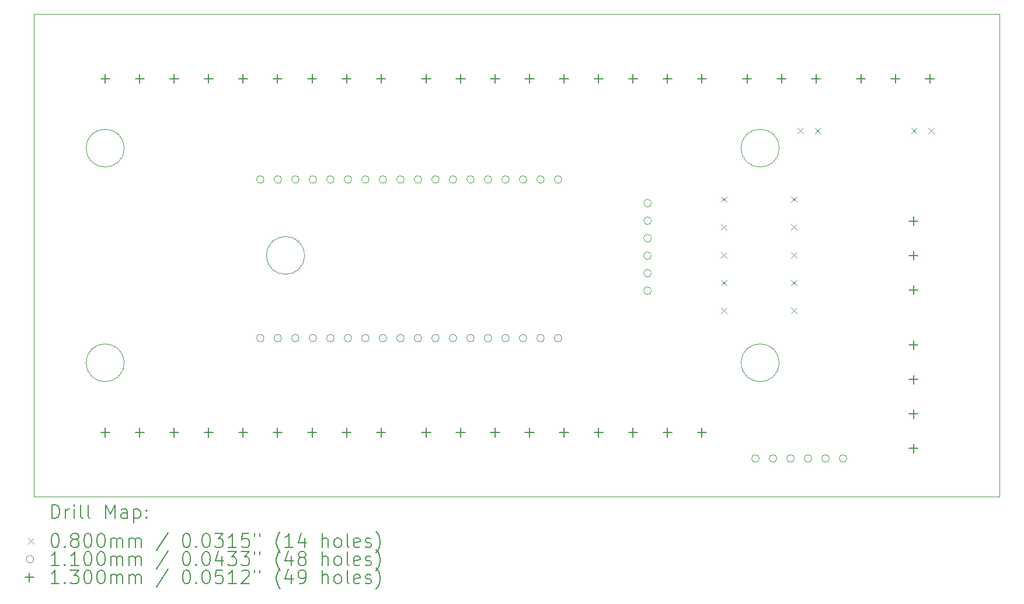
<source format=gbr>
%TF.GenerationSoftware,KiCad,Pcbnew,9.0.2*%
%TF.CreationDate,2025-09-29T03:25:46-03:00*%
%TF.ProjectId,Estacao_ControleIrrigacao,45737461-6361-46f5-9f43-6f6e74726f6c,rev?*%
%TF.SameCoordinates,Original*%
%TF.FileFunction,Drillmap*%
%TF.FilePolarity,Positive*%
%FSLAX45Y45*%
G04 Gerber Fmt 4.5, Leading zero omitted, Abs format (unit mm)*
G04 Created by KiCad (PCBNEW 9.0.2) date 2025-09-29 03:25:46*
%MOMM*%
%LPD*%
G01*
G04 APERTURE LIST*
%ADD10C,0.050000*%
%ADD11C,0.200000*%
%ADD12C,0.100000*%
%ADD13C,0.110000*%
%ADD14C,0.130000*%
G04 APERTURE END LIST*
D10*
X9256000Y-7892716D02*
G75*
G02*
X8708000Y-7892716I-274000J0D01*
G01*
X8708000Y-7892716D02*
G75*
G02*
X9256000Y-7892716I274000J0D01*
G01*
X9256000Y-11007285D02*
G75*
G02*
X8708000Y-11007285I-274000J0D01*
G01*
X8708000Y-11007285D02*
G75*
G02*
X9256000Y-11007285I274000J0D01*
G01*
X18755000Y-7892716D02*
G75*
G02*
X18207000Y-7892716I-274000J0D01*
G01*
X18207000Y-7892716D02*
G75*
G02*
X18755000Y-7892716I274000J0D01*
G01*
X18755000Y-11007285D02*
G75*
G02*
X18207000Y-11007285I-274000J0D01*
G01*
X18207000Y-11007285D02*
G75*
G02*
X18755000Y-11007285I274000J0D01*
G01*
X11872000Y-9450000D02*
G75*
G02*
X11324000Y-9450000I-274000J0D01*
G01*
X11324000Y-9450000D02*
G75*
G02*
X11872000Y-9450000I274000J0D01*
G01*
X7950000Y-5950000D02*
X21950000Y-5950000D01*
X21950000Y-12950000D01*
X7950000Y-12950000D01*
X7950000Y-5950000D01*
D11*
D12*
X17917000Y-8594000D02*
X17997000Y-8674000D01*
X17997000Y-8594000D02*
X17917000Y-8674000D01*
X17917000Y-8999000D02*
X17997000Y-9079000D01*
X17997000Y-8999000D02*
X17917000Y-9079000D01*
X17917000Y-9404500D02*
X17997000Y-9484500D01*
X17997000Y-9404500D02*
X17917000Y-9484500D01*
X17917000Y-9804000D02*
X17997000Y-9884000D01*
X17997000Y-9804000D02*
X17917000Y-9884000D01*
X17917000Y-10209000D02*
X17997000Y-10289000D01*
X17997000Y-10209000D02*
X17917000Y-10289000D01*
X18933000Y-8594000D02*
X19013000Y-8674000D01*
X19013000Y-8594000D02*
X18933000Y-8674000D01*
X18933000Y-8999000D02*
X19013000Y-9079000D01*
X19013000Y-8999000D02*
X18933000Y-9079000D01*
X18933000Y-9404500D02*
X19013000Y-9484500D01*
X19013000Y-9404500D02*
X18933000Y-9484500D01*
X18933000Y-9804000D02*
X19013000Y-9884000D01*
X19013000Y-9804000D02*
X18933000Y-9884000D01*
X18933000Y-10209000D02*
X19013000Y-10289000D01*
X19013000Y-10209000D02*
X18933000Y-10289000D01*
X19024500Y-7599000D02*
X19104500Y-7679000D01*
X19104500Y-7599000D02*
X19024500Y-7679000D01*
X19274500Y-7599000D02*
X19354500Y-7679000D01*
X19354500Y-7599000D02*
X19274500Y-7679000D01*
X20672500Y-7599000D02*
X20752500Y-7679000D01*
X20752500Y-7599000D02*
X20672500Y-7679000D01*
X20922500Y-7599000D02*
X21002500Y-7679000D01*
X21002500Y-7599000D02*
X20922500Y-7679000D01*
D13*
X11287250Y-8347750D02*
G75*
G02*
X11177250Y-8347750I-55000J0D01*
G01*
X11177250Y-8347750D02*
G75*
G02*
X11287250Y-8347750I55000J0D01*
G01*
X11287250Y-10649750D02*
G75*
G02*
X11177250Y-10649750I-55000J0D01*
G01*
X11177250Y-10649750D02*
G75*
G02*
X11287250Y-10649750I55000J0D01*
G01*
X11541250Y-8347750D02*
G75*
G02*
X11431250Y-8347750I-55000J0D01*
G01*
X11431250Y-8347750D02*
G75*
G02*
X11541250Y-8347750I55000J0D01*
G01*
X11541250Y-10649750D02*
G75*
G02*
X11431250Y-10649750I-55000J0D01*
G01*
X11431250Y-10649750D02*
G75*
G02*
X11541250Y-10649750I55000J0D01*
G01*
X11795250Y-8347750D02*
G75*
G02*
X11685250Y-8347750I-55000J0D01*
G01*
X11685250Y-8347750D02*
G75*
G02*
X11795250Y-8347750I55000J0D01*
G01*
X11795250Y-10649750D02*
G75*
G02*
X11685250Y-10649750I-55000J0D01*
G01*
X11685250Y-10649750D02*
G75*
G02*
X11795250Y-10649750I55000J0D01*
G01*
X12049250Y-8347750D02*
G75*
G02*
X11939250Y-8347750I-55000J0D01*
G01*
X11939250Y-8347750D02*
G75*
G02*
X12049250Y-8347750I55000J0D01*
G01*
X12049250Y-10649750D02*
G75*
G02*
X11939250Y-10649750I-55000J0D01*
G01*
X11939250Y-10649750D02*
G75*
G02*
X12049250Y-10649750I55000J0D01*
G01*
X12303250Y-8347750D02*
G75*
G02*
X12193250Y-8347750I-55000J0D01*
G01*
X12193250Y-8347750D02*
G75*
G02*
X12303250Y-8347750I55000J0D01*
G01*
X12303250Y-10649750D02*
G75*
G02*
X12193250Y-10649750I-55000J0D01*
G01*
X12193250Y-10649750D02*
G75*
G02*
X12303250Y-10649750I55000J0D01*
G01*
X12557250Y-8347750D02*
G75*
G02*
X12447250Y-8347750I-55000J0D01*
G01*
X12447250Y-8347750D02*
G75*
G02*
X12557250Y-8347750I55000J0D01*
G01*
X12557250Y-10649750D02*
G75*
G02*
X12447250Y-10649750I-55000J0D01*
G01*
X12447250Y-10649750D02*
G75*
G02*
X12557250Y-10649750I55000J0D01*
G01*
X12811250Y-8347750D02*
G75*
G02*
X12701250Y-8347750I-55000J0D01*
G01*
X12701250Y-8347750D02*
G75*
G02*
X12811250Y-8347750I55000J0D01*
G01*
X12811250Y-10649750D02*
G75*
G02*
X12701250Y-10649750I-55000J0D01*
G01*
X12701250Y-10649750D02*
G75*
G02*
X12811250Y-10649750I55000J0D01*
G01*
X13065250Y-8347750D02*
G75*
G02*
X12955250Y-8347750I-55000J0D01*
G01*
X12955250Y-8347750D02*
G75*
G02*
X13065250Y-8347750I55000J0D01*
G01*
X13065250Y-10649750D02*
G75*
G02*
X12955250Y-10649750I-55000J0D01*
G01*
X12955250Y-10649750D02*
G75*
G02*
X13065250Y-10649750I55000J0D01*
G01*
X13319250Y-8347750D02*
G75*
G02*
X13209250Y-8347750I-55000J0D01*
G01*
X13209250Y-8347750D02*
G75*
G02*
X13319250Y-8347750I55000J0D01*
G01*
X13319250Y-10649750D02*
G75*
G02*
X13209250Y-10649750I-55000J0D01*
G01*
X13209250Y-10649750D02*
G75*
G02*
X13319250Y-10649750I55000J0D01*
G01*
X13573250Y-8347750D02*
G75*
G02*
X13463250Y-8347750I-55000J0D01*
G01*
X13463250Y-8347750D02*
G75*
G02*
X13573250Y-8347750I55000J0D01*
G01*
X13573250Y-10649750D02*
G75*
G02*
X13463250Y-10649750I-55000J0D01*
G01*
X13463250Y-10649750D02*
G75*
G02*
X13573250Y-10649750I55000J0D01*
G01*
X13827250Y-8347750D02*
G75*
G02*
X13717250Y-8347750I-55000J0D01*
G01*
X13717250Y-8347750D02*
G75*
G02*
X13827250Y-8347750I55000J0D01*
G01*
X13827250Y-10649750D02*
G75*
G02*
X13717250Y-10649750I-55000J0D01*
G01*
X13717250Y-10649750D02*
G75*
G02*
X13827250Y-10649750I55000J0D01*
G01*
X14081250Y-8347750D02*
G75*
G02*
X13971250Y-8347750I-55000J0D01*
G01*
X13971250Y-8347750D02*
G75*
G02*
X14081250Y-8347750I55000J0D01*
G01*
X14081250Y-10649750D02*
G75*
G02*
X13971250Y-10649750I-55000J0D01*
G01*
X13971250Y-10649750D02*
G75*
G02*
X14081250Y-10649750I55000J0D01*
G01*
X14335250Y-8347750D02*
G75*
G02*
X14225250Y-8347750I-55000J0D01*
G01*
X14225250Y-8347750D02*
G75*
G02*
X14335250Y-8347750I55000J0D01*
G01*
X14335250Y-10649750D02*
G75*
G02*
X14225250Y-10649750I-55000J0D01*
G01*
X14225250Y-10649750D02*
G75*
G02*
X14335250Y-10649750I55000J0D01*
G01*
X14589250Y-8347750D02*
G75*
G02*
X14479250Y-8347750I-55000J0D01*
G01*
X14479250Y-8347750D02*
G75*
G02*
X14589250Y-8347750I55000J0D01*
G01*
X14589250Y-10649750D02*
G75*
G02*
X14479250Y-10649750I-55000J0D01*
G01*
X14479250Y-10649750D02*
G75*
G02*
X14589250Y-10649750I55000J0D01*
G01*
X14843250Y-8347750D02*
G75*
G02*
X14733250Y-8347750I-55000J0D01*
G01*
X14733250Y-8347750D02*
G75*
G02*
X14843250Y-8347750I55000J0D01*
G01*
X14843250Y-10649750D02*
G75*
G02*
X14733250Y-10649750I-55000J0D01*
G01*
X14733250Y-10649750D02*
G75*
G02*
X14843250Y-10649750I55000J0D01*
G01*
X15097250Y-8347750D02*
G75*
G02*
X14987250Y-8347750I-55000J0D01*
G01*
X14987250Y-8347750D02*
G75*
G02*
X15097250Y-8347750I55000J0D01*
G01*
X15097250Y-10649750D02*
G75*
G02*
X14987250Y-10649750I-55000J0D01*
G01*
X14987250Y-10649750D02*
G75*
G02*
X15097250Y-10649750I55000J0D01*
G01*
X15351250Y-8347750D02*
G75*
G02*
X15241250Y-8347750I-55000J0D01*
G01*
X15241250Y-8347750D02*
G75*
G02*
X15351250Y-8347750I55000J0D01*
G01*
X15351250Y-10649750D02*
G75*
G02*
X15241250Y-10649750I-55000J0D01*
G01*
X15241250Y-10649750D02*
G75*
G02*
X15351250Y-10649750I55000J0D01*
G01*
X15605250Y-8347750D02*
G75*
G02*
X15495250Y-8347750I-55000J0D01*
G01*
X15495250Y-8347750D02*
G75*
G02*
X15605250Y-8347750I55000J0D01*
G01*
X15605250Y-10649750D02*
G75*
G02*
X15495250Y-10649750I-55000J0D01*
G01*
X15495250Y-10649750D02*
G75*
G02*
X15605250Y-10649750I55000J0D01*
G01*
X16903625Y-8691500D02*
G75*
G02*
X16793625Y-8691500I-55000J0D01*
G01*
X16793625Y-8691500D02*
G75*
G02*
X16903625Y-8691500I55000J0D01*
G01*
X16903625Y-8945500D02*
G75*
G02*
X16793625Y-8945500I-55000J0D01*
G01*
X16793625Y-8945500D02*
G75*
G02*
X16903625Y-8945500I55000J0D01*
G01*
X16903625Y-9199500D02*
G75*
G02*
X16793625Y-9199500I-55000J0D01*
G01*
X16793625Y-9199500D02*
G75*
G02*
X16903625Y-9199500I55000J0D01*
G01*
X16903625Y-9453500D02*
G75*
G02*
X16793625Y-9453500I-55000J0D01*
G01*
X16793625Y-9453500D02*
G75*
G02*
X16903625Y-9453500I55000J0D01*
G01*
X16903625Y-9707500D02*
G75*
G02*
X16793625Y-9707500I-55000J0D01*
G01*
X16793625Y-9707500D02*
G75*
G02*
X16903625Y-9707500I55000J0D01*
G01*
X16903625Y-9961500D02*
G75*
G02*
X16793625Y-9961500I-55000J0D01*
G01*
X16793625Y-9961500D02*
G75*
G02*
X16903625Y-9961500I55000J0D01*
G01*
X18468500Y-12396000D02*
G75*
G02*
X18358500Y-12396000I-55000J0D01*
G01*
X18358500Y-12396000D02*
G75*
G02*
X18468500Y-12396000I55000J0D01*
G01*
X18722500Y-12396000D02*
G75*
G02*
X18612500Y-12396000I-55000J0D01*
G01*
X18612500Y-12396000D02*
G75*
G02*
X18722500Y-12396000I55000J0D01*
G01*
X18976500Y-12396000D02*
G75*
G02*
X18866500Y-12396000I-55000J0D01*
G01*
X18866500Y-12396000D02*
G75*
G02*
X18976500Y-12396000I55000J0D01*
G01*
X19230500Y-12396000D02*
G75*
G02*
X19120500Y-12396000I-55000J0D01*
G01*
X19120500Y-12396000D02*
G75*
G02*
X19230500Y-12396000I55000J0D01*
G01*
X19484500Y-12396000D02*
G75*
G02*
X19374500Y-12396000I-55000J0D01*
G01*
X19374500Y-12396000D02*
G75*
G02*
X19484500Y-12396000I55000J0D01*
G01*
X19738500Y-12396000D02*
G75*
G02*
X19628500Y-12396000I-55000J0D01*
G01*
X19628500Y-12396000D02*
G75*
G02*
X19738500Y-12396000I55000J0D01*
G01*
D14*
X8983000Y-6818500D02*
X8983000Y-6948500D01*
X8918000Y-6883500D02*
X9048000Y-6883500D01*
X8983000Y-11951500D02*
X8983000Y-12081500D01*
X8918000Y-12016500D02*
X9048000Y-12016500D01*
X9483000Y-6818500D02*
X9483000Y-6948500D01*
X9418000Y-6883500D02*
X9548000Y-6883500D01*
X9483000Y-11951500D02*
X9483000Y-12081500D01*
X9418000Y-12016500D02*
X9548000Y-12016500D01*
X9983000Y-6818500D02*
X9983000Y-6948500D01*
X9918000Y-6883500D02*
X10048000Y-6883500D01*
X9983000Y-11951500D02*
X9983000Y-12081500D01*
X9918000Y-12016500D02*
X10048000Y-12016500D01*
X10483000Y-6818500D02*
X10483000Y-6948500D01*
X10418000Y-6883500D02*
X10548000Y-6883500D01*
X10483000Y-11951500D02*
X10483000Y-12081500D01*
X10418000Y-12016500D02*
X10548000Y-12016500D01*
X10983000Y-6818500D02*
X10983000Y-6948500D01*
X10918000Y-6883500D02*
X11048000Y-6883500D01*
X10983000Y-11951500D02*
X10983000Y-12081500D01*
X10918000Y-12016500D02*
X11048000Y-12016500D01*
X11483000Y-6818500D02*
X11483000Y-6948500D01*
X11418000Y-6883500D02*
X11548000Y-6883500D01*
X11483000Y-11951500D02*
X11483000Y-12081500D01*
X11418000Y-12016500D02*
X11548000Y-12016500D01*
X11983000Y-6818500D02*
X11983000Y-6948500D01*
X11918000Y-6883500D02*
X12048000Y-6883500D01*
X11983000Y-11951500D02*
X11983000Y-12081500D01*
X11918000Y-12016500D02*
X12048000Y-12016500D01*
X12483000Y-6818500D02*
X12483000Y-6948500D01*
X12418000Y-6883500D02*
X12548000Y-6883500D01*
X12483000Y-11951500D02*
X12483000Y-12081500D01*
X12418000Y-12016500D02*
X12548000Y-12016500D01*
X12983000Y-6818500D02*
X12983000Y-6948500D01*
X12918000Y-6883500D02*
X13048000Y-6883500D01*
X12983000Y-11951500D02*
X12983000Y-12081500D01*
X12918000Y-12016500D02*
X13048000Y-12016500D01*
X13637500Y-6818500D02*
X13637500Y-6948500D01*
X13572500Y-6883500D02*
X13702500Y-6883500D01*
X13637500Y-11951500D02*
X13637500Y-12081500D01*
X13572500Y-12016500D02*
X13702500Y-12016500D01*
X14137500Y-6818500D02*
X14137500Y-6948500D01*
X14072500Y-6883500D02*
X14202500Y-6883500D01*
X14137500Y-11951500D02*
X14137500Y-12081500D01*
X14072500Y-12016500D02*
X14202500Y-12016500D01*
X14637500Y-6818500D02*
X14637500Y-6948500D01*
X14572500Y-6883500D02*
X14702500Y-6883500D01*
X14637500Y-11951500D02*
X14637500Y-12081500D01*
X14572500Y-12016500D02*
X14702500Y-12016500D01*
X15137500Y-6818500D02*
X15137500Y-6948500D01*
X15072500Y-6883500D02*
X15202500Y-6883500D01*
X15137500Y-11951500D02*
X15137500Y-12081500D01*
X15072500Y-12016500D02*
X15202500Y-12016500D01*
X15637500Y-6818500D02*
X15637500Y-6948500D01*
X15572500Y-6883500D02*
X15702500Y-6883500D01*
X15637500Y-11951500D02*
X15637500Y-12081500D01*
X15572500Y-12016500D02*
X15702500Y-12016500D01*
X16137500Y-6818500D02*
X16137500Y-6948500D01*
X16072500Y-6883500D02*
X16202500Y-6883500D01*
X16137500Y-11951500D02*
X16137500Y-12081500D01*
X16072500Y-12016500D02*
X16202500Y-12016500D01*
X16637500Y-6818500D02*
X16637500Y-6948500D01*
X16572500Y-6883500D02*
X16702500Y-6883500D01*
X16637500Y-11951500D02*
X16637500Y-12081500D01*
X16572500Y-12016500D02*
X16702500Y-12016500D01*
X17137500Y-6818500D02*
X17137500Y-6948500D01*
X17072500Y-6883500D02*
X17202500Y-6883500D01*
X17137500Y-11951500D02*
X17137500Y-12081500D01*
X17072500Y-12016500D02*
X17202500Y-12016500D01*
X17637500Y-6818500D02*
X17637500Y-6948500D01*
X17572500Y-6883500D02*
X17702500Y-6883500D01*
X17637500Y-11951500D02*
X17637500Y-12081500D01*
X17572500Y-12016500D02*
X17702500Y-12016500D01*
X18292000Y-6818500D02*
X18292000Y-6948500D01*
X18227000Y-6883500D02*
X18357000Y-6883500D01*
X18792000Y-6818500D02*
X18792000Y-6948500D01*
X18727000Y-6883500D02*
X18857000Y-6883500D01*
X19292000Y-6818500D02*
X19292000Y-6948500D01*
X19227000Y-6883500D02*
X19357000Y-6883500D01*
X19942000Y-6818500D02*
X19942000Y-6948500D01*
X19877000Y-6883500D02*
X20007000Y-6883500D01*
X20442000Y-6818500D02*
X20442000Y-6948500D01*
X20377000Y-6883500D02*
X20507000Y-6883500D01*
X20705500Y-8885000D02*
X20705500Y-9015000D01*
X20640500Y-8950000D02*
X20770500Y-8950000D01*
X20705500Y-9385000D02*
X20705500Y-9515000D01*
X20640500Y-9450000D02*
X20770500Y-9450000D01*
X20705500Y-9885000D02*
X20705500Y-10015000D01*
X20640500Y-9950000D02*
X20770500Y-9950000D01*
X20705500Y-10685000D02*
X20705500Y-10815000D01*
X20640500Y-10750000D02*
X20770500Y-10750000D01*
X20705500Y-11185000D02*
X20705500Y-11315000D01*
X20640500Y-11250000D02*
X20770500Y-11250000D01*
X20705500Y-11685000D02*
X20705500Y-11815000D01*
X20640500Y-11750000D02*
X20770500Y-11750000D01*
X20705500Y-12185000D02*
X20705500Y-12315000D01*
X20640500Y-12250000D02*
X20770500Y-12250000D01*
X20942000Y-6818500D02*
X20942000Y-6948500D01*
X20877000Y-6883500D02*
X21007000Y-6883500D01*
D11*
X8208277Y-13263984D02*
X8208277Y-13063984D01*
X8208277Y-13063984D02*
X8255896Y-13063984D01*
X8255896Y-13063984D02*
X8284467Y-13073508D01*
X8284467Y-13073508D02*
X8303515Y-13092555D01*
X8303515Y-13092555D02*
X8313039Y-13111603D01*
X8313039Y-13111603D02*
X8322562Y-13149698D01*
X8322562Y-13149698D02*
X8322562Y-13178269D01*
X8322562Y-13178269D02*
X8313039Y-13216365D01*
X8313039Y-13216365D02*
X8303515Y-13235412D01*
X8303515Y-13235412D02*
X8284467Y-13254460D01*
X8284467Y-13254460D02*
X8255896Y-13263984D01*
X8255896Y-13263984D02*
X8208277Y-13263984D01*
X8408277Y-13263984D02*
X8408277Y-13130650D01*
X8408277Y-13168746D02*
X8417801Y-13149698D01*
X8417801Y-13149698D02*
X8427324Y-13140174D01*
X8427324Y-13140174D02*
X8446372Y-13130650D01*
X8446372Y-13130650D02*
X8465420Y-13130650D01*
X8532086Y-13263984D02*
X8532086Y-13130650D01*
X8532086Y-13063984D02*
X8522563Y-13073508D01*
X8522563Y-13073508D02*
X8532086Y-13083031D01*
X8532086Y-13083031D02*
X8541610Y-13073508D01*
X8541610Y-13073508D02*
X8532086Y-13063984D01*
X8532086Y-13063984D02*
X8532086Y-13083031D01*
X8655896Y-13263984D02*
X8636848Y-13254460D01*
X8636848Y-13254460D02*
X8627324Y-13235412D01*
X8627324Y-13235412D02*
X8627324Y-13063984D01*
X8760658Y-13263984D02*
X8741610Y-13254460D01*
X8741610Y-13254460D02*
X8732086Y-13235412D01*
X8732086Y-13235412D02*
X8732086Y-13063984D01*
X8989229Y-13263984D02*
X8989229Y-13063984D01*
X8989229Y-13063984D02*
X9055896Y-13206841D01*
X9055896Y-13206841D02*
X9122563Y-13063984D01*
X9122563Y-13063984D02*
X9122563Y-13263984D01*
X9303515Y-13263984D02*
X9303515Y-13159222D01*
X9303515Y-13159222D02*
X9293991Y-13140174D01*
X9293991Y-13140174D02*
X9274944Y-13130650D01*
X9274944Y-13130650D02*
X9236848Y-13130650D01*
X9236848Y-13130650D02*
X9217801Y-13140174D01*
X9303515Y-13254460D02*
X9284467Y-13263984D01*
X9284467Y-13263984D02*
X9236848Y-13263984D01*
X9236848Y-13263984D02*
X9217801Y-13254460D01*
X9217801Y-13254460D02*
X9208277Y-13235412D01*
X9208277Y-13235412D02*
X9208277Y-13216365D01*
X9208277Y-13216365D02*
X9217801Y-13197317D01*
X9217801Y-13197317D02*
X9236848Y-13187793D01*
X9236848Y-13187793D02*
X9284467Y-13187793D01*
X9284467Y-13187793D02*
X9303515Y-13178269D01*
X9398753Y-13130650D02*
X9398753Y-13330650D01*
X9398753Y-13140174D02*
X9417801Y-13130650D01*
X9417801Y-13130650D02*
X9455896Y-13130650D01*
X9455896Y-13130650D02*
X9474944Y-13140174D01*
X9474944Y-13140174D02*
X9484467Y-13149698D01*
X9484467Y-13149698D02*
X9493991Y-13168746D01*
X9493991Y-13168746D02*
X9493991Y-13225888D01*
X9493991Y-13225888D02*
X9484467Y-13244936D01*
X9484467Y-13244936D02*
X9474944Y-13254460D01*
X9474944Y-13254460D02*
X9455896Y-13263984D01*
X9455896Y-13263984D02*
X9417801Y-13263984D01*
X9417801Y-13263984D02*
X9398753Y-13254460D01*
X9579705Y-13244936D02*
X9589229Y-13254460D01*
X9589229Y-13254460D02*
X9579705Y-13263984D01*
X9579705Y-13263984D02*
X9570182Y-13254460D01*
X9570182Y-13254460D02*
X9579705Y-13244936D01*
X9579705Y-13244936D02*
X9579705Y-13263984D01*
X9579705Y-13140174D02*
X9589229Y-13149698D01*
X9589229Y-13149698D02*
X9579705Y-13159222D01*
X9579705Y-13159222D02*
X9570182Y-13149698D01*
X9570182Y-13149698D02*
X9579705Y-13140174D01*
X9579705Y-13140174D02*
X9579705Y-13159222D01*
D12*
X7867500Y-13552500D02*
X7947500Y-13632500D01*
X7947500Y-13552500D02*
X7867500Y-13632500D01*
D11*
X8246372Y-13483984D02*
X8265420Y-13483984D01*
X8265420Y-13483984D02*
X8284467Y-13493508D01*
X8284467Y-13493508D02*
X8293991Y-13503031D01*
X8293991Y-13503031D02*
X8303515Y-13522079D01*
X8303515Y-13522079D02*
X8313039Y-13560174D01*
X8313039Y-13560174D02*
X8313039Y-13607793D01*
X8313039Y-13607793D02*
X8303515Y-13645888D01*
X8303515Y-13645888D02*
X8293991Y-13664936D01*
X8293991Y-13664936D02*
X8284467Y-13674460D01*
X8284467Y-13674460D02*
X8265420Y-13683984D01*
X8265420Y-13683984D02*
X8246372Y-13683984D01*
X8246372Y-13683984D02*
X8227324Y-13674460D01*
X8227324Y-13674460D02*
X8217801Y-13664936D01*
X8217801Y-13664936D02*
X8208277Y-13645888D01*
X8208277Y-13645888D02*
X8198753Y-13607793D01*
X8198753Y-13607793D02*
X8198753Y-13560174D01*
X8198753Y-13560174D02*
X8208277Y-13522079D01*
X8208277Y-13522079D02*
X8217801Y-13503031D01*
X8217801Y-13503031D02*
X8227324Y-13493508D01*
X8227324Y-13493508D02*
X8246372Y-13483984D01*
X8398753Y-13664936D02*
X8408277Y-13674460D01*
X8408277Y-13674460D02*
X8398753Y-13683984D01*
X8398753Y-13683984D02*
X8389229Y-13674460D01*
X8389229Y-13674460D02*
X8398753Y-13664936D01*
X8398753Y-13664936D02*
X8398753Y-13683984D01*
X8522563Y-13569698D02*
X8503515Y-13560174D01*
X8503515Y-13560174D02*
X8493991Y-13550650D01*
X8493991Y-13550650D02*
X8484467Y-13531603D01*
X8484467Y-13531603D02*
X8484467Y-13522079D01*
X8484467Y-13522079D02*
X8493991Y-13503031D01*
X8493991Y-13503031D02*
X8503515Y-13493508D01*
X8503515Y-13493508D02*
X8522563Y-13483984D01*
X8522563Y-13483984D02*
X8560658Y-13483984D01*
X8560658Y-13483984D02*
X8579705Y-13493508D01*
X8579705Y-13493508D02*
X8589229Y-13503031D01*
X8589229Y-13503031D02*
X8598753Y-13522079D01*
X8598753Y-13522079D02*
X8598753Y-13531603D01*
X8598753Y-13531603D02*
X8589229Y-13550650D01*
X8589229Y-13550650D02*
X8579705Y-13560174D01*
X8579705Y-13560174D02*
X8560658Y-13569698D01*
X8560658Y-13569698D02*
X8522563Y-13569698D01*
X8522563Y-13569698D02*
X8503515Y-13579222D01*
X8503515Y-13579222D02*
X8493991Y-13588746D01*
X8493991Y-13588746D02*
X8484467Y-13607793D01*
X8484467Y-13607793D02*
X8484467Y-13645888D01*
X8484467Y-13645888D02*
X8493991Y-13664936D01*
X8493991Y-13664936D02*
X8503515Y-13674460D01*
X8503515Y-13674460D02*
X8522563Y-13683984D01*
X8522563Y-13683984D02*
X8560658Y-13683984D01*
X8560658Y-13683984D02*
X8579705Y-13674460D01*
X8579705Y-13674460D02*
X8589229Y-13664936D01*
X8589229Y-13664936D02*
X8598753Y-13645888D01*
X8598753Y-13645888D02*
X8598753Y-13607793D01*
X8598753Y-13607793D02*
X8589229Y-13588746D01*
X8589229Y-13588746D02*
X8579705Y-13579222D01*
X8579705Y-13579222D02*
X8560658Y-13569698D01*
X8722563Y-13483984D02*
X8741610Y-13483984D01*
X8741610Y-13483984D02*
X8760658Y-13493508D01*
X8760658Y-13493508D02*
X8770182Y-13503031D01*
X8770182Y-13503031D02*
X8779705Y-13522079D01*
X8779705Y-13522079D02*
X8789229Y-13560174D01*
X8789229Y-13560174D02*
X8789229Y-13607793D01*
X8789229Y-13607793D02*
X8779705Y-13645888D01*
X8779705Y-13645888D02*
X8770182Y-13664936D01*
X8770182Y-13664936D02*
X8760658Y-13674460D01*
X8760658Y-13674460D02*
X8741610Y-13683984D01*
X8741610Y-13683984D02*
X8722563Y-13683984D01*
X8722563Y-13683984D02*
X8703515Y-13674460D01*
X8703515Y-13674460D02*
X8693991Y-13664936D01*
X8693991Y-13664936D02*
X8684467Y-13645888D01*
X8684467Y-13645888D02*
X8674944Y-13607793D01*
X8674944Y-13607793D02*
X8674944Y-13560174D01*
X8674944Y-13560174D02*
X8684467Y-13522079D01*
X8684467Y-13522079D02*
X8693991Y-13503031D01*
X8693991Y-13503031D02*
X8703515Y-13493508D01*
X8703515Y-13493508D02*
X8722563Y-13483984D01*
X8913039Y-13483984D02*
X8932086Y-13483984D01*
X8932086Y-13483984D02*
X8951134Y-13493508D01*
X8951134Y-13493508D02*
X8960658Y-13503031D01*
X8960658Y-13503031D02*
X8970182Y-13522079D01*
X8970182Y-13522079D02*
X8979705Y-13560174D01*
X8979705Y-13560174D02*
X8979705Y-13607793D01*
X8979705Y-13607793D02*
X8970182Y-13645888D01*
X8970182Y-13645888D02*
X8960658Y-13664936D01*
X8960658Y-13664936D02*
X8951134Y-13674460D01*
X8951134Y-13674460D02*
X8932086Y-13683984D01*
X8932086Y-13683984D02*
X8913039Y-13683984D01*
X8913039Y-13683984D02*
X8893991Y-13674460D01*
X8893991Y-13674460D02*
X8884467Y-13664936D01*
X8884467Y-13664936D02*
X8874944Y-13645888D01*
X8874944Y-13645888D02*
X8865420Y-13607793D01*
X8865420Y-13607793D02*
X8865420Y-13560174D01*
X8865420Y-13560174D02*
X8874944Y-13522079D01*
X8874944Y-13522079D02*
X8884467Y-13503031D01*
X8884467Y-13503031D02*
X8893991Y-13493508D01*
X8893991Y-13493508D02*
X8913039Y-13483984D01*
X9065420Y-13683984D02*
X9065420Y-13550650D01*
X9065420Y-13569698D02*
X9074944Y-13560174D01*
X9074944Y-13560174D02*
X9093991Y-13550650D01*
X9093991Y-13550650D02*
X9122563Y-13550650D01*
X9122563Y-13550650D02*
X9141610Y-13560174D01*
X9141610Y-13560174D02*
X9151134Y-13579222D01*
X9151134Y-13579222D02*
X9151134Y-13683984D01*
X9151134Y-13579222D02*
X9160658Y-13560174D01*
X9160658Y-13560174D02*
X9179705Y-13550650D01*
X9179705Y-13550650D02*
X9208277Y-13550650D01*
X9208277Y-13550650D02*
X9227325Y-13560174D01*
X9227325Y-13560174D02*
X9236848Y-13579222D01*
X9236848Y-13579222D02*
X9236848Y-13683984D01*
X9332086Y-13683984D02*
X9332086Y-13550650D01*
X9332086Y-13569698D02*
X9341610Y-13560174D01*
X9341610Y-13560174D02*
X9360658Y-13550650D01*
X9360658Y-13550650D02*
X9389229Y-13550650D01*
X9389229Y-13550650D02*
X9408277Y-13560174D01*
X9408277Y-13560174D02*
X9417801Y-13579222D01*
X9417801Y-13579222D02*
X9417801Y-13683984D01*
X9417801Y-13579222D02*
X9427325Y-13560174D01*
X9427325Y-13560174D02*
X9446372Y-13550650D01*
X9446372Y-13550650D02*
X9474944Y-13550650D01*
X9474944Y-13550650D02*
X9493991Y-13560174D01*
X9493991Y-13560174D02*
X9503515Y-13579222D01*
X9503515Y-13579222D02*
X9503515Y-13683984D01*
X9893991Y-13474460D02*
X9722563Y-13731603D01*
X10151134Y-13483984D02*
X10170182Y-13483984D01*
X10170182Y-13483984D02*
X10189229Y-13493508D01*
X10189229Y-13493508D02*
X10198753Y-13503031D01*
X10198753Y-13503031D02*
X10208277Y-13522079D01*
X10208277Y-13522079D02*
X10217801Y-13560174D01*
X10217801Y-13560174D02*
X10217801Y-13607793D01*
X10217801Y-13607793D02*
X10208277Y-13645888D01*
X10208277Y-13645888D02*
X10198753Y-13664936D01*
X10198753Y-13664936D02*
X10189229Y-13674460D01*
X10189229Y-13674460D02*
X10170182Y-13683984D01*
X10170182Y-13683984D02*
X10151134Y-13683984D01*
X10151134Y-13683984D02*
X10132087Y-13674460D01*
X10132087Y-13674460D02*
X10122563Y-13664936D01*
X10122563Y-13664936D02*
X10113039Y-13645888D01*
X10113039Y-13645888D02*
X10103515Y-13607793D01*
X10103515Y-13607793D02*
X10103515Y-13560174D01*
X10103515Y-13560174D02*
X10113039Y-13522079D01*
X10113039Y-13522079D02*
X10122563Y-13503031D01*
X10122563Y-13503031D02*
X10132087Y-13493508D01*
X10132087Y-13493508D02*
X10151134Y-13483984D01*
X10303515Y-13664936D02*
X10313039Y-13674460D01*
X10313039Y-13674460D02*
X10303515Y-13683984D01*
X10303515Y-13683984D02*
X10293991Y-13674460D01*
X10293991Y-13674460D02*
X10303515Y-13664936D01*
X10303515Y-13664936D02*
X10303515Y-13683984D01*
X10436848Y-13483984D02*
X10455896Y-13483984D01*
X10455896Y-13483984D02*
X10474944Y-13493508D01*
X10474944Y-13493508D02*
X10484468Y-13503031D01*
X10484468Y-13503031D02*
X10493991Y-13522079D01*
X10493991Y-13522079D02*
X10503515Y-13560174D01*
X10503515Y-13560174D02*
X10503515Y-13607793D01*
X10503515Y-13607793D02*
X10493991Y-13645888D01*
X10493991Y-13645888D02*
X10484468Y-13664936D01*
X10484468Y-13664936D02*
X10474944Y-13674460D01*
X10474944Y-13674460D02*
X10455896Y-13683984D01*
X10455896Y-13683984D02*
X10436848Y-13683984D01*
X10436848Y-13683984D02*
X10417801Y-13674460D01*
X10417801Y-13674460D02*
X10408277Y-13664936D01*
X10408277Y-13664936D02*
X10398753Y-13645888D01*
X10398753Y-13645888D02*
X10389229Y-13607793D01*
X10389229Y-13607793D02*
X10389229Y-13560174D01*
X10389229Y-13560174D02*
X10398753Y-13522079D01*
X10398753Y-13522079D02*
X10408277Y-13503031D01*
X10408277Y-13503031D02*
X10417801Y-13493508D01*
X10417801Y-13493508D02*
X10436848Y-13483984D01*
X10570182Y-13483984D02*
X10693991Y-13483984D01*
X10693991Y-13483984D02*
X10627325Y-13560174D01*
X10627325Y-13560174D02*
X10655896Y-13560174D01*
X10655896Y-13560174D02*
X10674944Y-13569698D01*
X10674944Y-13569698D02*
X10684468Y-13579222D01*
X10684468Y-13579222D02*
X10693991Y-13598269D01*
X10693991Y-13598269D02*
X10693991Y-13645888D01*
X10693991Y-13645888D02*
X10684468Y-13664936D01*
X10684468Y-13664936D02*
X10674944Y-13674460D01*
X10674944Y-13674460D02*
X10655896Y-13683984D01*
X10655896Y-13683984D02*
X10598753Y-13683984D01*
X10598753Y-13683984D02*
X10579706Y-13674460D01*
X10579706Y-13674460D02*
X10570182Y-13664936D01*
X10884468Y-13683984D02*
X10770182Y-13683984D01*
X10827325Y-13683984D02*
X10827325Y-13483984D01*
X10827325Y-13483984D02*
X10808277Y-13512555D01*
X10808277Y-13512555D02*
X10789229Y-13531603D01*
X10789229Y-13531603D02*
X10770182Y-13541127D01*
X11065420Y-13483984D02*
X10970182Y-13483984D01*
X10970182Y-13483984D02*
X10960658Y-13579222D01*
X10960658Y-13579222D02*
X10970182Y-13569698D01*
X10970182Y-13569698D02*
X10989229Y-13560174D01*
X10989229Y-13560174D02*
X11036849Y-13560174D01*
X11036849Y-13560174D02*
X11055896Y-13569698D01*
X11055896Y-13569698D02*
X11065420Y-13579222D01*
X11065420Y-13579222D02*
X11074944Y-13598269D01*
X11074944Y-13598269D02*
X11074944Y-13645888D01*
X11074944Y-13645888D02*
X11065420Y-13664936D01*
X11065420Y-13664936D02*
X11055896Y-13674460D01*
X11055896Y-13674460D02*
X11036849Y-13683984D01*
X11036849Y-13683984D02*
X10989229Y-13683984D01*
X10989229Y-13683984D02*
X10970182Y-13674460D01*
X10970182Y-13674460D02*
X10960658Y-13664936D01*
X11151134Y-13483984D02*
X11151134Y-13522079D01*
X11227325Y-13483984D02*
X11227325Y-13522079D01*
X11522563Y-13760174D02*
X11513039Y-13750650D01*
X11513039Y-13750650D02*
X11493991Y-13722079D01*
X11493991Y-13722079D02*
X11484468Y-13703031D01*
X11484468Y-13703031D02*
X11474944Y-13674460D01*
X11474944Y-13674460D02*
X11465420Y-13626841D01*
X11465420Y-13626841D02*
X11465420Y-13588746D01*
X11465420Y-13588746D02*
X11474944Y-13541127D01*
X11474944Y-13541127D02*
X11484468Y-13512555D01*
X11484468Y-13512555D02*
X11493991Y-13493508D01*
X11493991Y-13493508D02*
X11513039Y-13464936D01*
X11513039Y-13464936D02*
X11522563Y-13455412D01*
X11703515Y-13683984D02*
X11589229Y-13683984D01*
X11646372Y-13683984D02*
X11646372Y-13483984D01*
X11646372Y-13483984D02*
X11627325Y-13512555D01*
X11627325Y-13512555D02*
X11608277Y-13531603D01*
X11608277Y-13531603D02*
X11589229Y-13541127D01*
X11874944Y-13550650D02*
X11874944Y-13683984D01*
X11827325Y-13474460D02*
X11779706Y-13617317D01*
X11779706Y-13617317D02*
X11903515Y-13617317D01*
X12132087Y-13683984D02*
X12132087Y-13483984D01*
X12217801Y-13683984D02*
X12217801Y-13579222D01*
X12217801Y-13579222D02*
X12208277Y-13560174D01*
X12208277Y-13560174D02*
X12189230Y-13550650D01*
X12189230Y-13550650D02*
X12160658Y-13550650D01*
X12160658Y-13550650D02*
X12141610Y-13560174D01*
X12141610Y-13560174D02*
X12132087Y-13569698D01*
X12341610Y-13683984D02*
X12322563Y-13674460D01*
X12322563Y-13674460D02*
X12313039Y-13664936D01*
X12313039Y-13664936D02*
X12303515Y-13645888D01*
X12303515Y-13645888D02*
X12303515Y-13588746D01*
X12303515Y-13588746D02*
X12313039Y-13569698D01*
X12313039Y-13569698D02*
X12322563Y-13560174D01*
X12322563Y-13560174D02*
X12341610Y-13550650D01*
X12341610Y-13550650D02*
X12370182Y-13550650D01*
X12370182Y-13550650D02*
X12389230Y-13560174D01*
X12389230Y-13560174D02*
X12398753Y-13569698D01*
X12398753Y-13569698D02*
X12408277Y-13588746D01*
X12408277Y-13588746D02*
X12408277Y-13645888D01*
X12408277Y-13645888D02*
X12398753Y-13664936D01*
X12398753Y-13664936D02*
X12389230Y-13674460D01*
X12389230Y-13674460D02*
X12370182Y-13683984D01*
X12370182Y-13683984D02*
X12341610Y-13683984D01*
X12522563Y-13683984D02*
X12503515Y-13674460D01*
X12503515Y-13674460D02*
X12493991Y-13655412D01*
X12493991Y-13655412D02*
X12493991Y-13483984D01*
X12674944Y-13674460D02*
X12655896Y-13683984D01*
X12655896Y-13683984D02*
X12617801Y-13683984D01*
X12617801Y-13683984D02*
X12598753Y-13674460D01*
X12598753Y-13674460D02*
X12589230Y-13655412D01*
X12589230Y-13655412D02*
X12589230Y-13579222D01*
X12589230Y-13579222D02*
X12598753Y-13560174D01*
X12598753Y-13560174D02*
X12617801Y-13550650D01*
X12617801Y-13550650D02*
X12655896Y-13550650D01*
X12655896Y-13550650D02*
X12674944Y-13560174D01*
X12674944Y-13560174D02*
X12684468Y-13579222D01*
X12684468Y-13579222D02*
X12684468Y-13598269D01*
X12684468Y-13598269D02*
X12589230Y-13617317D01*
X12760658Y-13674460D02*
X12779706Y-13683984D01*
X12779706Y-13683984D02*
X12817801Y-13683984D01*
X12817801Y-13683984D02*
X12836849Y-13674460D01*
X12836849Y-13674460D02*
X12846372Y-13655412D01*
X12846372Y-13655412D02*
X12846372Y-13645888D01*
X12846372Y-13645888D02*
X12836849Y-13626841D01*
X12836849Y-13626841D02*
X12817801Y-13617317D01*
X12817801Y-13617317D02*
X12789230Y-13617317D01*
X12789230Y-13617317D02*
X12770182Y-13607793D01*
X12770182Y-13607793D02*
X12760658Y-13588746D01*
X12760658Y-13588746D02*
X12760658Y-13579222D01*
X12760658Y-13579222D02*
X12770182Y-13560174D01*
X12770182Y-13560174D02*
X12789230Y-13550650D01*
X12789230Y-13550650D02*
X12817801Y-13550650D01*
X12817801Y-13550650D02*
X12836849Y-13560174D01*
X12913039Y-13760174D02*
X12922563Y-13750650D01*
X12922563Y-13750650D02*
X12941611Y-13722079D01*
X12941611Y-13722079D02*
X12951134Y-13703031D01*
X12951134Y-13703031D02*
X12960658Y-13674460D01*
X12960658Y-13674460D02*
X12970182Y-13626841D01*
X12970182Y-13626841D02*
X12970182Y-13588746D01*
X12970182Y-13588746D02*
X12960658Y-13541127D01*
X12960658Y-13541127D02*
X12951134Y-13512555D01*
X12951134Y-13512555D02*
X12941611Y-13493508D01*
X12941611Y-13493508D02*
X12922563Y-13464936D01*
X12922563Y-13464936D02*
X12913039Y-13455412D01*
D13*
X7947500Y-13856500D02*
G75*
G02*
X7837500Y-13856500I-55000J0D01*
G01*
X7837500Y-13856500D02*
G75*
G02*
X7947500Y-13856500I55000J0D01*
G01*
D11*
X8313039Y-13947984D02*
X8198753Y-13947984D01*
X8255896Y-13947984D02*
X8255896Y-13747984D01*
X8255896Y-13747984D02*
X8236848Y-13776555D01*
X8236848Y-13776555D02*
X8217801Y-13795603D01*
X8217801Y-13795603D02*
X8198753Y-13805127D01*
X8398753Y-13928936D02*
X8408277Y-13938460D01*
X8408277Y-13938460D02*
X8398753Y-13947984D01*
X8398753Y-13947984D02*
X8389229Y-13938460D01*
X8389229Y-13938460D02*
X8398753Y-13928936D01*
X8398753Y-13928936D02*
X8398753Y-13947984D01*
X8598753Y-13947984D02*
X8484467Y-13947984D01*
X8541610Y-13947984D02*
X8541610Y-13747984D01*
X8541610Y-13747984D02*
X8522563Y-13776555D01*
X8522563Y-13776555D02*
X8503515Y-13795603D01*
X8503515Y-13795603D02*
X8484467Y-13805127D01*
X8722563Y-13747984D02*
X8741610Y-13747984D01*
X8741610Y-13747984D02*
X8760658Y-13757508D01*
X8760658Y-13757508D02*
X8770182Y-13767031D01*
X8770182Y-13767031D02*
X8779705Y-13786079D01*
X8779705Y-13786079D02*
X8789229Y-13824174D01*
X8789229Y-13824174D02*
X8789229Y-13871793D01*
X8789229Y-13871793D02*
X8779705Y-13909888D01*
X8779705Y-13909888D02*
X8770182Y-13928936D01*
X8770182Y-13928936D02*
X8760658Y-13938460D01*
X8760658Y-13938460D02*
X8741610Y-13947984D01*
X8741610Y-13947984D02*
X8722563Y-13947984D01*
X8722563Y-13947984D02*
X8703515Y-13938460D01*
X8703515Y-13938460D02*
X8693991Y-13928936D01*
X8693991Y-13928936D02*
X8684467Y-13909888D01*
X8684467Y-13909888D02*
X8674944Y-13871793D01*
X8674944Y-13871793D02*
X8674944Y-13824174D01*
X8674944Y-13824174D02*
X8684467Y-13786079D01*
X8684467Y-13786079D02*
X8693991Y-13767031D01*
X8693991Y-13767031D02*
X8703515Y-13757508D01*
X8703515Y-13757508D02*
X8722563Y-13747984D01*
X8913039Y-13747984D02*
X8932086Y-13747984D01*
X8932086Y-13747984D02*
X8951134Y-13757508D01*
X8951134Y-13757508D02*
X8960658Y-13767031D01*
X8960658Y-13767031D02*
X8970182Y-13786079D01*
X8970182Y-13786079D02*
X8979705Y-13824174D01*
X8979705Y-13824174D02*
X8979705Y-13871793D01*
X8979705Y-13871793D02*
X8970182Y-13909888D01*
X8970182Y-13909888D02*
X8960658Y-13928936D01*
X8960658Y-13928936D02*
X8951134Y-13938460D01*
X8951134Y-13938460D02*
X8932086Y-13947984D01*
X8932086Y-13947984D02*
X8913039Y-13947984D01*
X8913039Y-13947984D02*
X8893991Y-13938460D01*
X8893991Y-13938460D02*
X8884467Y-13928936D01*
X8884467Y-13928936D02*
X8874944Y-13909888D01*
X8874944Y-13909888D02*
X8865420Y-13871793D01*
X8865420Y-13871793D02*
X8865420Y-13824174D01*
X8865420Y-13824174D02*
X8874944Y-13786079D01*
X8874944Y-13786079D02*
X8884467Y-13767031D01*
X8884467Y-13767031D02*
X8893991Y-13757508D01*
X8893991Y-13757508D02*
X8913039Y-13747984D01*
X9065420Y-13947984D02*
X9065420Y-13814650D01*
X9065420Y-13833698D02*
X9074944Y-13824174D01*
X9074944Y-13824174D02*
X9093991Y-13814650D01*
X9093991Y-13814650D02*
X9122563Y-13814650D01*
X9122563Y-13814650D02*
X9141610Y-13824174D01*
X9141610Y-13824174D02*
X9151134Y-13843222D01*
X9151134Y-13843222D02*
X9151134Y-13947984D01*
X9151134Y-13843222D02*
X9160658Y-13824174D01*
X9160658Y-13824174D02*
X9179705Y-13814650D01*
X9179705Y-13814650D02*
X9208277Y-13814650D01*
X9208277Y-13814650D02*
X9227325Y-13824174D01*
X9227325Y-13824174D02*
X9236848Y-13843222D01*
X9236848Y-13843222D02*
X9236848Y-13947984D01*
X9332086Y-13947984D02*
X9332086Y-13814650D01*
X9332086Y-13833698D02*
X9341610Y-13824174D01*
X9341610Y-13824174D02*
X9360658Y-13814650D01*
X9360658Y-13814650D02*
X9389229Y-13814650D01*
X9389229Y-13814650D02*
X9408277Y-13824174D01*
X9408277Y-13824174D02*
X9417801Y-13843222D01*
X9417801Y-13843222D02*
X9417801Y-13947984D01*
X9417801Y-13843222D02*
X9427325Y-13824174D01*
X9427325Y-13824174D02*
X9446372Y-13814650D01*
X9446372Y-13814650D02*
X9474944Y-13814650D01*
X9474944Y-13814650D02*
X9493991Y-13824174D01*
X9493991Y-13824174D02*
X9503515Y-13843222D01*
X9503515Y-13843222D02*
X9503515Y-13947984D01*
X9893991Y-13738460D02*
X9722563Y-13995603D01*
X10151134Y-13747984D02*
X10170182Y-13747984D01*
X10170182Y-13747984D02*
X10189229Y-13757508D01*
X10189229Y-13757508D02*
X10198753Y-13767031D01*
X10198753Y-13767031D02*
X10208277Y-13786079D01*
X10208277Y-13786079D02*
X10217801Y-13824174D01*
X10217801Y-13824174D02*
X10217801Y-13871793D01*
X10217801Y-13871793D02*
X10208277Y-13909888D01*
X10208277Y-13909888D02*
X10198753Y-13928936D01*
X10198753Y-13928936D02*
X10189229Y-13938460D01*
X10189229Y-13938460D02*
X10170182Y-13947984D01*
X10170182Y-13947984D02*
X10151134Y-13947984D01*
X10151134Y-13947984D02*
X10132087Y-13938460D01*
X10132087Y-13938460D02*
X10122563Y-13928936D01*
X10122563Y-13928936D02*
X10113039Y-13909888D01*
X10113039Y-13909888D02*
X10103515Y-13871793D01*
X10103515Y-13871793D02*
X10103515Y-13824174D01*
X10103515Y-13824174D02*
X10113039Y-13786079D01*
X10113039Y-13786079D02*
X10122563Y-13767031D01*
X10122563Y-13767031D02*
X10132087Y-13757508D01*
X10132087Y-13757508D02*
X10151134Y-13747984D01*
X10303515Y-13928936D02*
X10313039Y-13938460D01*
X10313039Y-13938460D02*
X10303515Y-13947984D01*
X10303515Y-13947984D02*
X10293991Y-13938460D01*
X10293991Y-13938460D02*
X10303515Y-13928936D01*
X10303515Y-13928936D02*
X10303515Y-13947984D01*
X10436848Y-13747984D02*
X10455896Y-13747984D01*
X10455896Y-13747984D02*
X10474944Y-13757508D01*
X10474944Y-13757508D02*
X10484468Y-13767031D01*
X10484468Y-13767031D02*
X10493991Y-13786079D01*
X10493991Y-13786079D02*
X10503515Y-13824174D01*
X10503515Y-13824174D02*
X10503515Y-13871793D01*
X10503515Y-13871793D02*
X10493991Y-13909888D01*
X10493991Y-13909888D02*
X10484468Y-13928936D01*
X10484468Y-13928936D02*
X10474944Y-13938460D01*
X10474944Y-13938460D02*
X10455896Y-13947984D01*
X10455896Y-13947984D02*
X10436848Y-13947984D01*
X10436848Y-13947984D02*
X10417801Y-13938460D01*
X10417801Y-13938460D02*
X10408277Y-13928936D01*
X10408277Y-13928936D02*
X10398753Y-13909888D01*
X10398753Y-13909888D02*
X10389229Y-13871793D01*
X10389229Y-13871793D02*
X10389229Y-13824174D01*
X10389229Y-13824174D02*
X10398753Y-13786079D01*
X10398753Y-13786079D02*
X10408277Y-13767031D01*
X10408277Y-13767031D02*
X10417801Y-13757508D01*
X10417801Y-13757508D02*
X10436848Y-13747984D01*
X10674944Y-13814650D02*
X10674944Y-13947984D01*
X10627325Y-13738460D02*
X10579706Y-13881317D01*
X10579706Y-13881317D02*
X10703515Y-13881317D01*
X10760658Y-13747984D02*
X10884468Y-13747984D01*
X10884468Y-13747984D02*
X10817801Y-13824174D01*
X10817801Y-13824174D02*
X10846372Y-13824174D01*
X10846372Y-13824174D02*
X10865420Y-13833698D01*
X10865420Y-13833698D02*
X10874944Y-13843222D01*
X10874944Y-13843222D02*
X10884468Y-13862269D01*
X10884468Y-13862269D02*
X10884468Y-13909888D01*
X10884468Y-13909888D02*
X10874944Y-13928936D01*
X10874944Y-13928936D02*
X10865420Y-13938460D01*
X10865420Y-13938460D02*
X10846372Y-13947984D01*
X10846372Y-13947984D02*
X10789229Y-13947984D01*
X10789229Y-13947984D02*
X10770182Y-13938460D01*
X10770182Y-13938460D02*
X10760658Y-13928936D01*
X10951134Y-13747984D02*
X11074944Y-13747984D01*
X11074944Y-13747984D02*
X11008277Y-13824174D01*
X11008277Y-13824174D02*
X11036849Y-13824174D01*
X11036849Y-13824174D02*
X11055896Y-13833698D01*
X11055896Y-13833698D02*
X11065420Y-13843222D01*
X11065420Y-13843222D02*
X11074944Y-13862269D01*
X11074944Y-13862269D02*
X11074944Y-13909888D01*
X11074944Y-13909888D02*
X11065420Y-13928936D01*
X11065420Y-13928936D02*
X11055896Y-13938460D01*
X11055896Y-13938460D02*
X11036849Y-13947984D01*
X11036849Y-13947984D02*
X10979706Y-13947984D01*
X10979706Y-13947984D02*
X10960658Y-13938460D01*
X10960658Y-13938460D02*
X10951134Y-13928936D01*
X11151134Y-13747984D02*
X11151134Y-13786079D01*
X11227325Y-13747984D02*
X11227325Y-13786079D01*
X11522563Y-14024174D02*
X11513039Y-14014650D01*
X11513039Y-14014650D02*
X11493991Y-13986079D01*
X11493991Y-13986079D02*
X11484468Y-13967031D01*
X11484468Y-13967031D02*
X11474944Y-13938460D01*
X11474944Y-13938460D02*
X11465420Y-13890841D01*
X11465420Y-13890841D02*
X11465420Y-13852746D01*
X11465420Y-13852746D02*
X11474944Y-13805127D01*
X11474944Y-13805127D02*
X11484468Y-13776555D01*
X11484468Y-13776555D02*
X11493991Y-13757508D01*
X11493991Y-13757508D02*
X11513039Y-13728936D01*
X11513039Y-13728936D02*
X11522563Y-13719412D01*
X11684468Y-13814650D02*
X11684468Y-13947984D01*
X11636848Y-13738460D02*
X11589229Y-13881317D01*
X11589229Y-13881317D02*
X11713039Y-13881317D01*
X11817801Y-13833698D02*
X11798753Y-13824174D01*
X11798753Y-13824174D02*
X11789229Y-13814650D01*
X11789229Y-13814650D02*
X11779706Y-13795603D01*
X11779706Y-13795603D02*
X11779706Y-13786079D01*
X11779706Y-13786079D02*
X11789229Y-13767031D01*
X11789229Y-13767031D02*
X11798753Y-13757508D01*
X11798753Y-13757508D02*
X11817801Y-13747984D01*
X11817801Y-13747984D02*
X11855896Y-13747984D01*
X11855896Y-13747984D02*
X11874944Y-13757508D01*
X11874944Y-13757508D02*
X11884468Y-13767031D01*
X11884468Y-13767031D02*
X11893991Y-13786079D01*
X11893991Y-13786079D02*
X11893991Y-13795603D01*
X11893991Y-13795603D02*
X11884468Y-13814650D01*
X11884468Y-13814650D02*
X11874944Y-13824174D01*
X11874944Y-13824174D02*
X11855896Y-13833698D01*
X11855896Y-13833698D02*
X11817801Y-13833698D01*
X11817801Y-13833698D02*
X11798753Y-13843222D01*
X11798753Y-13843222D02*
X11789229Y-13852746D01*
X11789229Y-13852746D02*
X11779706Y-13871793D01*
X11779706Y-13871793D02*
X11779706Y-13909888D01*
X11779706Y-13909888D02*
X11789229Y-13928936D01*
X11789229Y-13928936D02*
X11798753Y-13938460D01*
X11798753Y-13938460D02*
X11817801Y-13947984D01*
X11817801Y-13947984D02*
X11855896Y-13947984D01*
X11855896Y-13947984D02*
X11874944Y-13938460D01*
X11874944Y-13938460D02*
X11884468Y-13928936D01*
X11884468Y-13928936D02*
X11893991Y-13909888D01*
X11893991Y-13909888D02*
X11893991Y-13871793D01*
X11893991Y-13871793D02*
X11884468Y-13852746D01*
X11884468Y-13852746D02*
X11874944Y-13843222D01*
X11874944Y-13843222D02*
X11855896Y-13833698D01*
X12132087Y-13947984D02*
X12132087Y-13747984D01*
X12217801Y-13947984D02*
X12217801Y-13843222D01*
X12217801Y-13843222D02*
X12208277Y-13824174D01*
X12208277Y-13824174D02*
X12189230Y-13814650D01*
X12189230Y-13814650D02*
X12160658Y-13814650D01*
X12160658Y-13814650D02*
X12141610Y-13824174D01*
X12141610Y-13824174D02*
X12132087Y-13833698D01*
X12341610Y-13947984D02*
X12322563Y-13938460D01*
X12322563Y-13938460D02*
X12313039Y-13928936D01*
X12313039Y-13928936D02*
X12303515Y-13909888D01*
X12303515Y-13909888D02*
X12303515Y-13852746D01*
X12303515Y-13852746D02*
X12313039Y-13833698D01*
X12313039Y-13833698D02*
X12322563Y-13824174D01*
X12322563Y-13824174D02*
X12341610Y-13814650D01*
X12341610Y-13814650D02*
X12370182Y-13814650D01*
X12370182Y-13814650D02*
X12389230Y-13824174D01*
X12389230Y-13824174D02*
X12398753Y-13833698D01*
X12398753Y-13833698D02*
X12408277Y-13852746D01*
X12408277Y-13852746D02*
X12408277Y-13909888D01*
X12408277Y-13909888D02*
X12398753Y-13928936D01*
X12398753Y-13928936D02*
X12389230Y-13938460D01*
X12389230Y-13938460D02*
X12370182Y-13947984D01*
X12370182Y-13947984D02*
X12341610Y-13947984D01*
X12522563Y-13947984D02*
X12503515Y-13938460D01*
X12503515Y-13938460D02*
X12493991Y-13919412D01*
X12493991Y-13919412D02*
X12493991Y-13747984D01*
X12674944Y-13938460D02*
X12655896Y-13947984D01*
X12655896Y-13947984D02*
X12617801Y-13947984D01*
X12617801Y-13947984D02*
X12598753Y-13938460D01*
X12598753Y-13938460D02*
X12589230Y-13919412D01*
X12589230Y-13919412D02*
X12589230Y-13843222D01*
X12589230Y-13843222D02*
X12598753Y-13824174D01*
X12598753Y-13824174D02*
X12617801Y-13814650D01*
X12617801Y-13814650D02*
X12655896Y-13814650D01*
X12655896Y-13814650D02*
X12674944Y-13824174D01*
X12674944Y-13824174D02*
X12684468Y-13843222D01*
X12684468Y-13843222D02*
X12684468Y-13862269D01*
X12684468Y-13862269D02*
X12589230Y-13881317D01*
X12760658Y-13938460D02*
X12779706Y-13947984D01*
X12779706Y-13947984D02*
X12817801Y-13947984D01*
X12817801Y-13947984D02*
X12836849Y-13938460D01*
X12836849Y-13938460D02*
X12846372Y-13919412D01*
X12846372Y-13919412D02*
X12846372Y-13909888D01*
X12846372Y-13909888D02*
X12836849Y-13890841D01*
X12836849Y-13890841D02*
X12817801Y-13881317D01*
X12817801Y-13881317D02*
X12789230Y-13881317D01*
X12789230Y-13881317D02*
X12770182Y-13871793D01*
X12770182Y-13871793D02*
X12760658Y-13852746D01*
X12760658Y-13852746D02*
X12760658Y-13843222D01*
X12760658Y-13843222D02*
X12770182Y-13824174D01*
X12770182Y-13824174D02*
X12789230Y-13814650D01*
X12789230Y-13814650D02*
X12817801Y-13814650D01*
X12817801Y-13814650D02*
X12836849Y-13824174D01*
X12913039Y-14024174D02*
X12922563Y-14014650D01*
X12922563Y-14014650D02*
X12941611Y-13986079D01*
X12941611Y-13986079D02*
X12951134Y-13967031D01*
X12951134Y-13967031D02*
X12960658Y-13938460D01*
X12960658Y-13938460D02*
X12970182Y-13890841D01*
X12970182Y-13890841D02*
X12970182Y-13852746D01*
X12970182Y-13852746D02*
X12960658Y-13805127D01*
X12960658Y-13805127D02*
X12951134Y-13776555D01*
X12951134Y-13776555D02*
X12941611Y-13757508D01*
X12941611Y-13757508D02*
X12922563Y-13728936D01*
X12922563Y-13728936D02*
X12913039Y-13719412D01*
D14*
X7882500Y-14055500D02*
X7882500Y-14185500D01*
X7817500Y-14120500D02*
X7947500Y-14120500D01*
D11*
X8313039Y-14211984D02*
X8198753Y-14211984D01*
X8255896Y-14211984D02*
X8255896Y-14011984D01*
X8255896Y-14011984D02*
X8236848Y-14040555D01*
X8236848Y-14040555D02*
X8217801Y-14059603D01*
X8217801Y-14059603D02*
X8198753Y-14069127D01*
X8398753Y-14192936D02*
X8408277Y-14202460D01*
X8408277Y-14202460D02*
X8398753Y-14211984D01*
X8398753Y-14211984D02*
X8389229Y-14202460D01*
X8389229Y-14202460D02*
X8398753Y-14192936D01*
X8398753Y-14192936D02*
X8398753Y-14211984D01*
X8474944Y-14011984D02*
X8598753Y-14011984D01*
X8598753Y-14011984D02*
X8532086Y-14088174D01*
X8532086Y-14088174D02*
X8560658Y-14088174D01*
X8560658Y-14088174D02*
X8579705Y-14097698D01*
X8579705Y-14097698D02*
X8589229Y-14107222D01*
X8589229Y-14107222D02*
X8598753Y-14126269D01*
X8598753Y-14126269D02*
X8598753Y-14173888D01*
X8598753Y-14173888D02*
X8589229Y-14192936D01*
X8589229Y-14192936D02*
X8579705Y-14202460D01*
X8579705Y-14202460D02*
X8560658Y-14211984D01*
X8560658Y-14211984D02*
X8503515Y-14211984D01*
X8503515Y-14211984D02*
X8484467Y-14202460D01*
X8484467Y-14202460D02*
X8474944Y-14192936D01*
X8722563Y-14011984D02*
X8741610Y-14011984D01*
X8741610Y-14011984D02*
X8760658Y-14021508D01*
X8760658Y-14021508D02*
X8770182Y-14031031D01*
X8770182Y-14031031D02*
X8779705Y-14050079D01*
X8779705Y-14050079D02*
X8789229Y-14088174D01*
X8789229Y-14088174D02*
X8789229Y-14135793D01*
X8789229Y-14135793D02*
X8779705Y-14173888D01*
X8779705Y-14173888D02*
X8770182Y-14192936D01*
X8770182Y-14192936D02*
X8760658Y-14202460D01*
X8760658Y-14202460D02*
X8741610Y-14211984D01*
X8741610Y-14211984D02*
X8722563Y-14211984D01*
X8722563Y-14211984D02*
X8703515Y-14202460D01*
X8703515Y-14202460D02*
X8693991Y-14192936D01*
X8693991Y-14192936D02*
X8684467Y-14173888D01*
X8684467Y-14173888D02*
X8674944Y-14135793D01*
X8674944Y-14135793D02*
X8674944Y-14088174D01*
X8674944Y-14088174D02*
X8684467Y-14050079D01*
X8684467Y-14050079D02*
X8693991Y-14031031D01*
X8693991Y-14031031D02*
X8703515Y-14021508D01*
X8703515Y-14021508D02*
X8722563Y-14011984D01*
X8913039Y-14011984D02*
X8932086Y-14011984D01*
X8932086Y-14011984D02*
X8951134Y-14021508D01*
X8951134Y-14021508D02*
X8960658Y-14031031D01*
X8960658Y-14031031D02*
X8970182Y-14050079D01*
X8970182Y-14050079D02*
X8979705Y-14088174D01*
X8979705Y-14088174D02*
X8979705Y-14135793D01*
X8979705Y-14135793D02*
X8970182Y-14173888D01*
X8970182Y-14173888D02*
X8960658Y-14192936D01*
X8960658Y-14192936D02*
X8951134Y-14202460D01*
X8951134Y-14202460D02*
X8932086Y-14211984D01*
X8932086Y-14211984D02*
X8913039Y-14211984D01*
X8913039Y-14211984D02*
X8893991Y-14202460D01*
X8893991Y-14202460D02*
X8884467Y-14192936D01*
X8884467Y-14192936D02*
X8874944Y-14173888D01*
X8874944Y-14173888D02*
X8865420Y-14135793D01*
X8865420Y-14135793D02*
X8865420Y-14088174D01*
X8865420Y-14088174D02*
X8874944Y-14050079D01*
X8874944Y-14050079D02*
X8884467Y-14031031D01*
X8884467Y-14031031D02*
X8893991Y-14021508D01*
X8893991Y-14021508D02*
X8913039Y-14011984D01*
X9065420Y-14211984D02*
X9065420Y-14078650D01*
X9065420Y-14097698D02*
X9074944Y-14088174D01*
X9074944Y-14088174D02*
X9093991Y-14078650D01*
X9093991Y-14078650D02*
X9122563Y-14078650D01*
X9122563Y-14078650D02*
X9141610Y-14088174D01*
X9141610Y-14088174D02*
X9151134Y-14107222D01*
X9151134Y-14107222D02*
X9151134Y-14211984D01*
X9151134Y-14107222D02*
X9160658Y-14088174D01*
X9160658Y-14088174D02*
X9179705Y-14078650D01*
X9179705Y-14078650D02*
X9208277Y-14078650D01*
X9208277Y-14078650D02*
X9227325Y-14088174D01*
X9227325Y-14088174D02*
X9236848Y-14107222D01*
X9236848Y-14107222D02*
X9236848Y-14211984D01*
X9332086Y-14211984D02*
X9332086Y-14078650D01*
X9332086Y-14097698D02*
X9341610Y-14088174D01*
X9341610Y-14088174D02*
X9360658Y-14078650D01*
X9360658Y-14078650D02*
X9389229Y-14078650D01*
X9389229Y-14078650D02*
X9408277Y-14088174D01*
X9408277Y-14088174D02*
X9417801Y-14107222D01*
X9417801Y-14107222D02*
X9417801Y-14211984D01*
X9417801Y-14107222D02*
X9427325Y-14088174D01*
X9427325Y-14088174D02*
X9446372Y-14078650D01*
X9446372Y-14078650D02*
X9474944Y-14078650D01*
X9474944Y-14078650D02*
X9493991Y-14088174D01*
X9493991Y-14088174D02*
X9503515Y-14107222D01*
X9503515Y-14107222D02*
X9503515Y-14211984D01*
X9893991Y-14002460D02*
X9722563Y-14259603D01*
X10151134Y-14011984D02*
X10170182Y-14011984D01*
X10170182Y-14011984D02*
X10189229Y-14021508D01*
X10189229Y-14021508D02*
X10198753Y-14031031D01*
X10198753Y-14031031D02*
X10208277Y-14050079D01*
X10208277Y-14050079D02*
X10217801Y-14088174D01*
X10217801Y-14088174D02*
X10217801Y-14135793D01*
X10217801Y-14135793D02*
X10208277Y-14173888D01*
X10208277Y-14173888D02*
X10198753Y-14192936D01*
X10198753Y-14192936D02*
X10189229Y-14202460D01*
X10189229Y-14202460D02*
X10170182Y-14211984D01*
X10170182Y-14211984D02*
X10151134Y-14211984D01*
X10151134Y-14211984D02*
X10132087Y-14202460D01*
X10132087Y-14202460D02*
X10122563Y-14192936D01*
X10122563Y-14192936D02*
X10113039Y-14173888D01*
X10113039Y-14173888D02*
X10103515Y-14135793D01*
X10103515Y-14135793D02*
X10103515Y-14088174D01*
X10103515Y-14088174D02*
X10113039Y-14050079D01*
X10113039Y-14050079D02*
X10122563Y-14031031D01*
X10122563Y-14031031D02*
X10132087Y-14021508D01*
X10132087Y-14021508D02*
X10151134Y-14011984D01*
X10303515Y-14192936D02*
X10313039Y-14202460D01*
X10313039Y-14202460D02*
X10303515Y-14211984D01*
X10303515Y-14211984D02*
X10293991Y-14202460D01*
X10293991Y-14202460D02*
X10303515Y-14192936D01*
X10303515Y-14192936D02*
X10303515Y-14211984D01*
X10436848Y-14011984D02*
X10455896Y-14011984D01*
X10455896Y-14011984D02*
X10474944Y-14021508D01*
X10474944Y-14021508D02*
X10484468Y-14031031D01*
X10484468Y-14031031D02*
X10493991Y-14050079D01*
X10493991Y-14050079D02*
X10503515Y-14088174D01*
X10503515Y-14088174D02*
X10503515Y-14135793D01*
X10503515Y-14135793D02*
X10493991Y-14173888D01*
X10493991Y-14173888D02*
X10484468Y-14192936D01*
X10484468Y-14192936D02*
X10474944Y-14202460D01*
X10474944Y-14202460D02*
X10455896Y-14211984D01*
X10455896Y-14211984D02*
X10436848Y-14211984D01*
X10436848Y-14211984D02*
X10417801Y-14202460D01*
X10417801Y-14202460D02*
X10408277Y-14192936D01*
X10408277Y-14192936D02*
X10398753Y-14173888D01*
X10398753Y-14173888D02*
X10389229Y-14135793D01*
X10389229Y-14135793D02*
X10389229Y-14088174D01*
X10389229Y-14088174D02*
X10398753Y-14050079D01*
X10398753Y-14050079D02*
X10408277Y-14031031D01*
X10408277Y-14031031D02*
X10417801Y-14021508D01*
X10417801Y-14021508D02*
X10436848Y-14011984D01*
X10684468Y-14011984D02*
X10589229Y-14011984D01*
X10589229Y-14011984D02*
X10579706Y-14107222D01*
X10579706Y-14107222D02*
X10589229Y-14097698D01*
X10589229Y-14097698D02*
X10608277Y-14088174D01*
X10608277Y-14088174D02*
X10655896Y-14088174D01*
X10655896Y-14088174D02*
X10674944Y-14097698D01*
X10674944Y-14097698D02*
X10684468Y-14107222D01*
X10684468Y-14107222D02*
X10693991Y-14126269D01*
X10693991Y-14126269D02*
X10693991Y-14173888D01*
X10693991Y-14173888D02*
X10684468Y-14192936D01*
X10684468Y-14192936D02*
X10674944Y-14202460D01*
X10674944Y-14202460D02*
X10655896Y-14211984D01*
X10655896Y-14211984D02*
X10608277Y-14211984D01*
X10608277Y-14211984D02*
X10589229Y-14202460D01*
X10589229Y-14202460D02*
X10579706Y-14192936D01*
X10884468Y-14211984D02*
X10770182Y-14211984D01*
X10827325Y-14211984D02*
X10827325Y-14011984D01*
X10827325Y-14011984D02*
X10808277Y-14040555D01*
X10808277Y-14040555D02*
X10789229Y-14059603D01*
X10789229Y-14059603D02*
X10770182Y-14069127D01*
X10960658Y-14031031D02*
X10970182Y-14021508D01*
X10970182Y-14021508D02*
X10989229Y-14011984D01*
X10989229Y-14011984D02*
X11036849Y-14011984D01*
X11036849Y-14011984D02*
X11055896Y-14021508D01*
X11055896Y-14021508D02*
X11065420Y-14031031D01*
X11065420Y-14031031D02*
X11074944Y-14050079D01*
X11074944Y-14050079D02*
X11074944Y-14069127D01*
X11074944Y-14069127D02*
X11065420Y-14097698D01*
X11065420Y-14097698D02*
X10951134Y-14211984D01*
X10951134Y-14211984D02*
X11074944Y-14211984D01*
X11151134Y-14011984D02*
X11151134Y-14050079D01*
X11227325Y-14011984D02*
X11227325Y-14050079D01*
X11522563Y-14288174D02*
X11513039Y-14278650D01*
X11513039Y-14278650D02*
X11493991Y-14250079D01*
X11493991Y-14250079D02*
X11484468Y-14231031D01*
X11484468Y-14231031D02*
X11474944Y-14202460D01*
X11474944Y-14202460D02*
X11465420Y-14154841D01*
X11465420Y-14154841D02*
X11465420Y-14116746D01*
X11465420Y-14116746D02*
X11474944Y-14069127D01*
X11474944Y-14069127D02*
X11484468Y-14040555D01*
X11484468Y-14040555D02*
X11493991Y-14021508D01*
X11493991Y-14021508D02*
X11513039Y-13992936D01*
X11513039Y-13992936D02*
X11522563Y-13983412D01*
X11684468Y-14078650D02*
X11684468Y-14211984D01*
X11636848Y-14002460D02*
X11589229Y-14145317D01*
X11589229Y-14145317D02*
X11713039Y-14145317D01*
X11798753Y-14211984D02*
X11836848Y-14211984D01*
X11836848Y-14211984D02*
X11855896Y-14202460D01*
X11855896Y-14202460D02*
X11865420Y-14192936D01*
X11865420Y-14192936D02*
X11884468Y-14164365D01*
X11884468Y-14164365D02*
X11893991Y-14126269D01*
X11893991Y-14126269D02*
X11893991Y-14050079D01*
X11893991Y-14050079D02*
X11884468Y-14031031D01*
X11884468Y-14031031D02*
X11874944Y-14021508D01*
X11874944Y-14021508D02*
X11855896Y-14011984D01*
X11855896Y-14011984D02*
X11817801Y-14011984D01*
X11817801Y-14011984D02*
X11798753Y-14021508D01*
X11798753Y-14021508D02*
X11789229Y-14031031D01*
X11789229Y-14031031D02*
X11779706Y-14050079D01*
X11779706Y-14050079D02*
X11779706Y-14097698D01*
X11779706Y-14097698D02*
X11789229Y-14116746D01*
X11789229Y-14116746D02*
X11798753Y-14126269D01*
X11798753Y-14126269D02*
X11817801Y-14135793D01*
X11817801Y-14135793D02*
X11855896Y-14135793D01*
X11855896Y-14135793D02*
X11874944Y-14126269D01*
X11874944Y-14126269D02*
X11884468Y-14116746D01*
X11884468Y-14116746D02*
X11893991Y-14097698D01*
X12132087Y-14211984D02*
X12132087Y-14011984D01*
X12217801Y-14211984D02*
X12217801Y-14107222D01*
X12217801Y-14107222D02*
X12208277Y-14088174D01*
X12208277Y-14088174D02*
X12189230Y-14078650D01*
X12189230Y-14078650D02*
X12160658Y-14078650D01*
X12160658Y-14078650D02*
X12141610Y-14088174D01*
X12141610Y-14088174D02*
X12132087Y-14097698D01*
X12341610Y-14211984D02*
X12322563Y-14202460D01*
X12322563Y-14202460D02*
X12313039Y-14192936D01*
X12313039Y-14192936D02*
X12303515Y-14173888D01*
X12303515Y-14173888D02*
X12303515Y-14116746D01*
X12303515Y-14116746D02*
X12313039Y-14097698D01*
X12313039Y-14097698D02*
X12322563Y-14088174D01*
X12322563Y-14088174D02*
X12341610Y-14078650D01*
X12341610Y-14078650D02*
X12370182Y-14078650D01*
X12370182Y-14078650D02*
X12389230Y-14088174D01*
X12389230Y-14088174D02*
X12398753Y-14097698D01*
X12398753Y-14097698D02*
X12408277Y-14116746D01*
X12408277Y-14116746D02*
X12408277Y-14173888D01*
X12408277Y-14173888D02*
X12398753Y-14192936D01*
X12398753Y-14192936D02*
X12389230Y-14202460D01*
X12389230Y-14202460D02*
X12370182Y-14211984D01*
X12370182Y-14211984D02*
X12341610Y-14211984D01*
X12522563Y-14211984D02*
X12503515Y-14202460D01*
X12503515Y-14202460D02*
X12493991Y-14183412D01*
X12493991Y-14183412D02*
X12493991Y-14011984D01*
X12674944Y-14202460D02*
X12655896Y-14211984D01*
X12655896Y-14211984D02*
X12617801Y-14211984D01*
X12617801Y-14211984D02*
X12598753Y-14202460D01*
X12598753Y-14202460D02*
X12589230Y-14183412D01*
X12589230Y-14183412D02*
X12589230Y-14107222D01*
X12589230Y-14107222D02*
X12598753Y-14088174D01*
X12598753Y-14088174D02*
X12617801Y-14078650D01*
X12617801Y-14078650D02*
X12655896Y-14078650D01*
X12655896Y-14078650D02*
X12674944Y-14088174D01*
X12674944Y-14088174D02*
X12684468Y-14107222D01*
X12684468Y-14107222D02*
X12684468Y-14126269D01*
X12684468Y-14126269D02*
X12589230Y-14145317D01*
X12760658Y-14202460D02*
X12779706Y-14211984D01*
X12779706Y-14211984D02*
X12817801Y-14211984D01*
X12817801Y-14211984D02*
X12836849Y-14202460D01*
X12836849Y-14202460D02*
X12846372Y-14183412D01*
X12846372Y-14183412D02*
X12846372Y-14173888D01*
X12846372Y-14173888D02*
X12836849Y-14154841D01*
X12836849Y-14154841D02*
X12817801Y-14145317D01*
X12817801Y-14145317D02*
X12789230Y-14145317D01*
X12789230Y-14145317D02*
X12770182Y-14135793D01*
X12770182Y-14135793D02*
X12760658Y-14116746D01*
X12760658Y-14116746D02*
X12760658Y-14107222D01*
X12760658Y-14107222D02*
X12770182Y-14088174D01*
X12770182Y-14088174D02*
X12789230Y-14078650D01*
X12789230Y-14078650D02*
X12817801Y-14078650D01*
X12817801Y-14078650D02*
X12836849Y-14088174D01*
X12913039Y-14288174D02*
X12922563Y-14278650D01*
X12922563Y-14278650D02*
X12941611Y-14250079D01*
X12941611Y-14250079D02*
X12951134Y-14231031D01*
X12951134Y-14231031D02*
X12960658Y-14202460D01*
X12960658Y-14202460D02*
X12970182Y-14154841D01*
X12970182Y-14154841D02*
X12970182Y-14116746D01*
X12970182Y-14116746D02*
X12960658Y-14069127D01*
X12960658Y-14069127D02*
X12951134Y-14040555D01*
X12951134Y-14040555D02*
X12941611Y-14021508D01*
X12941611Y-14021508D02*
X12922563Y-13992936D01*
X12922563Y-13992936D02*
X12913039Y-13983412D01*
M02*

</source>
